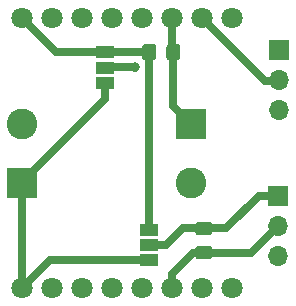
<source format=gbr>
G04 #@! TF.GenerationSoftware,KiCad,Pcbnew,(5.1.5)-3*
G04 #@! TF.CreationDate,2020-06-15T13:00:21-04:00*
G04 #@! TF.ProjectId,Wemo_Shield,57656d6f-5f53-4686-9965-6c642e6b6963,v1*
G04 #@! TF.SameCoordinates,Original*
G04 #@! TF.FileFunction,Copper,L2,Bot*
G04 #@! TF.FilePolarity,Positive*
%FSLAX46Y46*%
G04 Gerber Fmt 4.6, Leading zero omitted, Abs format (unit mm)*
G04 Created by KiCad (PCBNEW (5.1.5)-3) date 2020-06-15 13:00:21*
%MOMM*%
%LPD*%
G04 APERTURE LIST*
%ADD10R,1.500000X1.000000*%
%ADD11C,2.600000*%
%ADD12R,2.600000X2.600000*%
%ADD13C,0.100000*%
%ADD14O,1.700000X1.700000*%
%ADD15R,1.700000X1.700000*%
%ADD16C,1.800000*%
%ADD17C,0.800000*%
%ADD18C,0.500000*%
%ADD19C,0.700000*%
G04 APERTURE END LIST*
D10*
X140075000Y-91250000D03*
X140075000Y-92550000D03*
X140075000Y-93850000D03*
X143775000Y-106275000D03*
X143775000Y-107575000D03*
X143775000Y-108875000D03*
D11*
X147300000Y-102291012D03*
D12*
X147300000Y-97291012D03*
G04 #@! TA.AperFunction,SMDPad,CuDef*
D13*
G36*
X148874505Y-107651204D02*
G01*
X148898773Y-107654804D01*
X148922572Y-107660765D01*
X148945671Y-107669030D01*
X148967850Y-107679520D01*
X148988893Y-107692132D01*
X149008599Y-107706747D01*
X149026777Y-107723223D01*
X149043253Y-107741401D01*
X149057868Y-107761107D01*
X149070480Y-107782150D01*
X149080970Y-107804329D01*
X149089235Y-107827428D01*
X149095196Y-107851227D01*
X149098796Y-107875495D01*
X149100000Y-107899999D01*
X149100000Y-108550001D01*
X149098796Y-108574505D01*
X149095196Y-108598773D01*
X149089235Y-108622572D01*
X149080970Y-108645671D01*
X149070480Y-108667850D01*
X149057868Y-108688893D01*
X149043253Y-108708599D01*
X149026777Y-108726777D01*
X149008599Y-108743253D01*
X148988893Y-108757868D01*
X148967850Y-108770480D01*
X148945671Y-108780970D01*
X148922572Y-108789235D01*
X148898773Y-108795196D01*
X148874505Y-108798796D01*
X148850001Y-108800000D01*
X147949999Y-108800000D01*
X147925495Y-108798796D01*
X147901227Y-108795196D01*
X147877428Y-108789235D01*
X147854329Y-108780970D01*
X147832150Y-108770480D01*
X147811107Y-108757868D01*
X147791401Y-108743253D01*
X147773223Y-108726777D01*
X147756747Y-108708599D01*
X147742132Y-108688893D01*
X147729520Y-108667850D01*
X147719030Y-108645671D01*
X147710765Y-108622572D01*
X147704804Y-108598773D01*
X147701204Y-108574505D01*
X147700000Y-108550001D01*
X147700000Y-107899999D01*
X147701204Y-107875495D01*
X147704804Y-107851227D01*
X147710765Y-107827428D01*
X147719030Y-107804329D01*
X147729520Y-107782150D01*
X147742132Y-107761107D01*
X147756747Y-107741401D01*
X147773223Y-107723223D01*
X147791401Y-107706747D01*
X147811107Y-107692132D01*
X147832150Y-107679520D01*
X147854329Y-107669030D01*
X147877428Y-107660765D01*
X147901227Y-107654804D01*
X147925495Y-107651204D01*
X147949999Y-107650000D01*
X148850001Y-107650000D01*
X148874505Y-107651204D01*
G37*
G04 #@! TD.AperFunction*
G04 #@! TA.AperFunction,SMDPad,CuDef*
G36*
X148874505Y-105601204D02*
G01*
X148898773Y-105604804D01*
X148922572Y-105610765D01*
X148945671Y-105619030D01*
X148967850Y-105629520D01*
X148988893Y-105642132D01*
X149008599Y-105656747D01*
X149026777Y-105673223D01*
X149043253Y-105691401D01*
X149057868Y-105711107D01*
X149070480Y-105732150D01*
X149080970Y-105754329D01*
X149089235Y-105777428D01*
X149095196Y-105801227D01*
X149098796Y-105825495D01*
X149100000Y-105849999D01*
X149100000Y-106500001D01*
X149098796Y-106524505D01*
X149095196Y-106548773D01*
X149089235Y-106572572D01*
X149080970Y-106595671D01*
X149070480Y-106617850D01*
X149057868Y-106638893D01*
X149043253Y-106658599D01*
X149026777Y-106676777D01*
X149008599Y-106693253D01*
X148988893Y-106707868D01*
X148967850Y-106720480D01*
X148945671Y-106730970D01*
X148922572Y-106739235D01*
X148898773Y-106745196D01*
X148874505Y-106748796D01*
X148850001Y-106750000D01*
X147949999Y-106750000D01*
X147925495Y-106748796D01*
X147901227Y-106745196D01*
X147877428Y-106739235D01*
X147854329Y-106730970D01*
X147832150Y-106720480D01*
X147811107Y-106707868D01*
X147791401Y-106693253D01*
X147773223Y-106676777D01*
X147756747Y-106658599D01*
X147742132Y-106638893D01*
X147729520Y-106617850D01*
X147719030Y-106595671D01*
X147710765Y-106572572D01*
X147704804Y-106548773D01*
X147701204Y-106524505D01*
X147700000Y-106500001D01*
X147700000Y-105849999D01*
X147701204Y-105825495D01*
X147704804Y-105801227D01*
X147710765Y-105777428D01*
X147719030Y-105754329D01*
X147729520Y-105732150D01*
X147742132Y-105711107D01*
X147756747Y-105691401D01*
X147773223Y-105673223D01*
X147791401Y-105656747D01*
X147811107Y-105642132D01*
X147832150Y-105629520D01*
X147854329Y-105619030D01*
X147877428Y-105610765D01*
X147901227Y-105604804D01*
X147925495Y-105601204D01*
X147949999Y-105600000D01*
X148850001Y-105600000D01*
X148874505Y-105601204D01*
G37*
G04 #@! TD.AperFunction*
D14*
X154750000Y-96180000D03*
X154750000Y-93640000D03*
D15*
X154750000Y-91100000D03*
D16*
X150800000Y-111222024D03*
X150800000Y-88362024D03*
X148260000Y-111222024D03*
X148260000Y-88362024D03*
X145720000Y-111222024D03*
X145720000Y-88362024D03*
X143180000Y-111222024D03*
X143180000Y-88362024D03*
X140640000Y-111222024D03*
X140640000Y-88362024D03*
X138100000Y-111222024D03*
X138100000Y-88362024D03*
X135560000Y-111222024D03*
X135560000Y-88362024D03*
X133020000Y-111222024D03*
X133020000Y-88362024D03*
G04 #@! TA.AperFunction,SMDPad,CuDef*
D13*
G36*
X146174505Y-90551204D02*
G01*
X146198773Y-90554804D01*
X146222572Y-90560765D01*
X146245671Y-90569030D01*
X146267850Y-90579520D01*
X146288893Y-90592132D01*
X146308599Y-90606747D01*
X146326777Y-90623223D01*
X146343253Y-90641401D01*
X146357868Y-90661107D01*
X146370480Y-90682150D01*
X146380970Y-90704329D01*
X146389235Y-90727428D01*
X146395196Y-90751227D01*
X146398796Y-90775495D01*
X146400000Y-90799999D01*
X146400000Y-91700001D01*
X146398796Y-91724505D01*
X146395196Y-91748773D01*
X146389235Y-91772572D01*
X146380970Y-91795671D01*
X146370480Y-91817850D01*
X146357868Y-91838893D01*
X146343253Y-91858599D01*
X146326777Y-91876777D01*
X146308599Y-91893253D01*
X146288893Y-91907868D01*
X146267850Y-91920480D01*
X146245671Y-91930970D01*
X146222572Y-91939235D01*
X146198773Y-91945196D01*
X146174505Y-91948796D01*
X146150001Y-91950000D01*
X145499999Y-91950000D01*
X145475495Y-91948796D01*
X145451227Y-91945196D01*
X145427428Y-91939235D01*
X145404329Y-91930970D01*
X145382150Y-91920480D01*
X145361107Y-91907868D01*
X145341401Y-91893253D01*
X145323223Y-91876777D01*
X145306747Y-91858599D01*
X145292132Y-91838893D01*
X145279520Y-91817850D01*
X145269030Y-91795671D01*
X145260765Y-91772572D01*
X145254804Y-91748773D01*
X145251204Y-91724505D01*
X145250000Y-91700001D01*
X145250000Y-90799999D01*
X145251204Y-90775495D01*
X145254804Y-90751227D01*
X145260765Y-90727428D01*
X145269030Y-90704329D01*
X145279520Y-90682150D01*
X145292132Y-90661107D01*
X145306747Y-90641401D01*
X145323223Y-90623223D01*
X145341401Y-90606747D01*
X145361107Y-90592132D01*
X145382150Y-90579520D01*
X145404329Y-90569030D01*
X145427428Y-90560765D01*
X145451227Y-90554804D01*
X145475495Y-90551204D01*
X145499999Y-90550000D01*
X146150001Y-90550000D01*
X146174505Y-90551204D01*
G37*
G04 #@! TD.AperFunction*
G04 #@! TA.AperFunction,SMDPad,CuDef*
G36*
X144124505Y-90551204D02*
G01*
X144148773Y-90554804D01*
X144172572Y-90560765D01*
X144195671Y-90569030D01*
X144217850Y-90579520D01*
X144238893Y-90592132D01*
X144258599Y-90606747D01*
X144276777Y-90623223D01*
X144293253Y-90641401D01*
X144307868Y-90661107D01*
X144320480Y-90682150D01*
X144330970Y-90704329D01*
X144339235Y-90727428D01*
X144345196Y-90751227D01*
X144348796Y-90775495D01*
X144350000Y-90799999D01*
X144350000Y-91700001D01*
X144348796Y-91724505D01*
X144345196Y-91748773D01*
X144339235Y-91772572D01*
X144330970Y-91795671D01*
X144320480Y-91817850D01*
X144307868Y-91838893D01*
X144293253Y-91858599D01*
X144276777Y-91876777D01*
X144258599Y-91893253D01*
X144238893Y-91907868D01*
X144217850Y-91920480D01*
X144195671Y-91930970D01*
X144172572Y-91939235D01*
X144148773Y-91945196D01*
X144124505Y-91948796D01*
X144100001Y-91950000D01*
X143449999Y-91950000D01*
X143425495Y-91948796D01*
X143401227Y-91945196D01*
X143377428Y-91939235D01*
X143354329Y-91930970D01*
X143332150Y-91920480D01*
X143311107Y-91907868D01*
X143291401Y-91893253D01*
X143273223Y-91876777D01*
X143256747Y-91858599D01*
X143242132Y-91838893D01*
X143229520Y-91817850D01*
X143219030Y-91795671D01*
X143210765Y-91772572D01*
X143204804Y-91748773D01*
X143201204Y-91724505D01*
X143200000Y-91700001D01*
X143200000Y-90799999D01*
X143201204Y-90775495D01*
X143204804Y-90751227D01*
X143210765Y-90727428D01*
X143219030Y-90704329D01*
X143229520Y-90682150D01*
X143242132Y-90661107D01*
X143256747Y-90641401D01*
X143273223Y-90623223D01*
X143291401Y-90606747D01*
X143311107Y-90592132D01*
X143332150Y-90579520D01*
X143354329Y-90569030D01*
X143377428Y-90560765D01*
X143401227Y-90554804D01*
X143425495Y-90551204D01*
X143449999Y-90550000D01*
X144100001Y-90550000D01*
X144124505Y-90551204D01*
G37*
G04 #@! TD.AperFunction*
D14*
X154700000Y-108480000D03*
X154700000Y-105940000D03*
D15*
X154700000Y-103400000D03*
D11*
X133050000Y-97291012D03*
D12*
X133050000Y-102291012D03*
D17*
X142575000Y-92525000D03*
D18*
X133020000Y-111220000D02*
X133020000Y-111222024D01*
D19*
X133020000Y-111222024D02*
X132722024Y-111222024D01*
X133050000Y-111192024D02*
X133020000Y-111222024D01*
X133050000Y-102291012D02*
X133050000Y-111192024D01*
X133050000Y-102275000D02*
X133050000Y-102291012D01*
X140075000Y-93850000D02*
X140075000Y-95250000D01*
X140075000Y-95250000D02*
X133050000Y-102275000D01*
X135367024Y-108875000D02*
X133020000Y-111222024D01*
X143775000Y-108875000D02*
X135367024Y-108875000D01*
X145720000Y-110005000D02*
X145720000Y-111222024D01*
X148400000Y-108225000D02*
X147500000Y-108225000D01*
X147500000Y-108225000D02*
X145720000Y-110005000D01*
X148400000Y-108225000D02*
X152415000Y-108225000D01*
X153850001Y-106789999D02*
X154700000Y-105940000D01*
X152415000Y-108225000D02*
X153850001Y-106789999D01*
X145825000Y-88467024D02*
X145720000Y-88362024D01*
X145720000Y-91145000D02*
X145825000Y-91250000D01*
X145720000Y-88362024D02*
X145720000Y-91145000D01*
X145825000Y-95816012D02*
X147300000Y-97291012D01*
X145825000Y-91250000D02*
X145825000Y-95816012D01*
X149159999Y-89262023D02*
X148260000Y-88362024D01*
X153547976Y-93650000D02*
X149159999Y-89262023D01*
X154750000Y-93640000D02*
X154740000Y-93650000D01*
X154740000Y-93650000D02*
X153547976Y-93650000D01*
D18*
X132987976Y-88362024D02*
X133020000Y-88362024D01*
X133020000Y-88470000D02*
X133020000Y-88362024D01*
D19*
X133050000Y-88392024D02*
X133020000Y-88362024D01*
X135907976Y-91250000D02*
X133020000Y-88362024D01*
X143775000Y-91250000D02*
X135907976Y-91250000D01*
X143775000Y-91250000D02*
X143775000Y-106275000D01*
D18*
X143650000Y-107350000D02*
X143700000Y-107300000D01*
D19*
X147700000Y-106175000D02*
X148400000Y-106175000D01*
X145225000Y-107575000D02*
X146625000Y-106175000D01*
X146625000Y-106175000D02*
X147700000Y-106175000D01*
X143775000Y-107575000D02*
X145225000Y-107575000D01*
X150275000Y-106175000D02*
X148400000Y-106175000D01*
X154700000Y-103400000D02*
X153050000Y-103400000D01*
X153050000Y-103400000D02*
X150275000Y-106175000D01*
X142550000Y-92550000D02*
X142575000Y-92525000D01*
X140100000Y-92525000D02*
X140075000Y-92550000D01*
X142575000Y-92525000D02*
X140100000Y-92525000D01*
M02*

</source>
